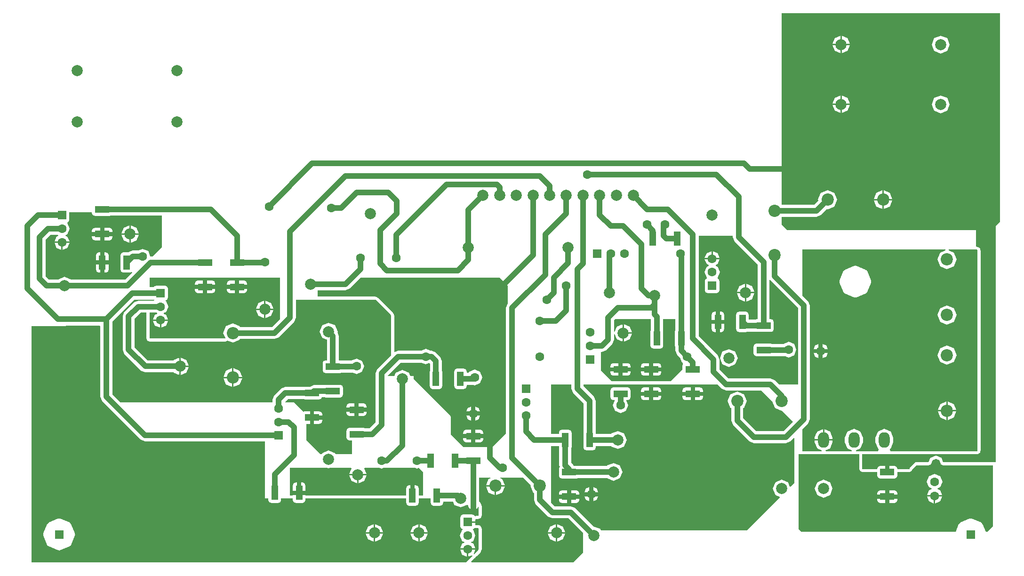
<source format=gtl>
G04 Layer_Physical_Order=1*
G04 Layer_Color=255*
%FSLAX44Y44*%
%MOMM*%
G71*
G01*
G75*
%ADD10R,1.2000X2.6000*%
%ADD11R,2.6000X1.2000*%
%ADD12C,1.0000*%
%ADD13C,2.0000*%
%ADD14R,1.6000X1.6000*%
%ADD15C,2.2000*%
%ADD16C,1.6000*%
%ADD17R,1.6000X1.6000*%
%ADD18O,2.0000X2.8000*%
G36*
X923271Y163922D02*
X922682Y162500D01*
X927754Y150254D01*
X929176Y149665D01*
Y137500D01*
X932346Y129846D01*
X954846Y107346D01*
X962500Y104176D01*
X991117D01*
X1017500Y77793D01*
Y42500D01*
X1000000Y25000D01*
X816813D01*
X816327Y26173D01*
X822889Y32735D01*
X822932Y32839D01*
X823546Y33453D01*
X823915Y34344D01*
X824062Y34491D01*
X824105Y34595D01*
Y34595D01*
X824105D01*
X824209Y34638D01*
X824356Y34785D01*
X825247Y35154D01*
X825861Y35768D01*
X825965Y35811D01*
X833066Y42912D01*
X833478Y43907D01*
X834239Y44668D01*
X835000Y46505D01*
Y47582D01*
X835412Y48576D01*
Y85600D01*
X835000Y86594D01*
X835000Y87671D01*
X834685Y88432D01*
Y88432D01*
X833923Y89193D01*
X833827Y89426D01*
X833593Y89523D01*
X832847Y90269D01*
X832750Y90503D01*
X832517Y90600D01*
X831756Y91361D01*
X830995Y91676D01*
X829918Y91676D01*
X828923Y92088D01*
X824488D01*
X824485Y92090D01*
X824310D01*
X823412Y92988D01*
Y96230D01*
X810000D01*
Y98770D01*
X823412D01*
Y102012D01*
X824310Y102910D01*
X824485D01*
X824488Y102912D01*
X828923D01*
X829918Y103324D01*
X830995Y103324D01*
X831756Y103639D01*
X831756D01*
X832517Y104400D01*
X832750Y104497D01*
X832847Y104731D01*
X833593Y105477D01*
X833827Y105574D01*
X833923Y105807D01*
X834685Y106568D01*
X835000Y107329D01*
X835000Y108406D01*
X835412Y109400D01*
Y126424D01*
X835000Y127418D01*
Y128495D01*
X834239Y130332D01*
X833478Y131094D01*
X833066Y132088D01*
X830824Y134330D01*
X830824Y134330D01*
Y177500D01*
X851148D01*
X851396Y176254D01*
X847754Y174746D01*
X843208Y163770D01*
X860000D01*
X876792D01*
X872246Y174746D01*
X868604Y176254D01*
X868852Y177500D01*
X909693D01*
X923271Y163922D01*
D02*
G37*
G36*
X718800Y193429D02*
X722527Y194973D01*
X730000Y187500D01*
Y145412D01*
X721912D01*
Y158000D01*
X720327Y161827D01*
X716500Y163412D01*
X714250D01*
Y145000D01*
X706750D01*
Y163412D01*
X704500D01*
X700673Y161827D01*
X699088Y158000D01*
Y145412D01*
X518412D01*
Y146250D01*
X507000D01*
X495588D01*
Y145412D01*
X490000D01*
Y194693D01*
X490307Y195000D01*
X557185D01*
X560000Y193834D01*
X562815Y195000D01*
X600380D01*
X600916Y193730D01*
X596790Y183770D01*
X628210D01*
X624084Y193730D01*
X624620Y195000D01*
X651207D01*
X655000Y193429D01*
X658793Y195000D01*
X715007D01*
X718800Y193429D01*
D02*
G37*
G36*
X1508824Y219588D02*
X1514588D01*
X1514588Y192912D01*
X1516173Y189085D01*
X1520000Y187500D01*
X1546588D01*
Y181000D01*
X1548173Y177173D01*
X1552000Y175588D01*
X1578000D01*
X1581827Y177173D01*
X1583412Y181000D01*
Y187500D01*
X1605000D01*
X1608827Y189085D01*
X1610303Y192650D01*
X1617242Y199588D01*
X1639299D01*
X1640293Y200000D01*
X1641370D01*
X1642131Y200761D01*
X1643126Y201173D01*
X1643538Y202168D01*
X1644299Y202929D01*
X1646692Y208708D01*
X1652500Y211113D01*
X1658308Y208708D01*
X1660701Y202929D01*
X1661462Y202168D01*
X1661874Y201173D01*
X1662869Y200761D01*
X1663630Y200000D01*
X1664707D01*
X1665701Y199588D01*
X1755000D01*
Y90000D01*
X1745000Y80000D01*
X1742058D01*
X1736455Y93526D01*
Y93526D01*
X1735694Y94288D01*
X1735282Y95282D01*
X1734288Y95694D01*
X1733526Y96455D01*
X1733526D01*
X1717071Y103271D01*
X1717071Y103271D01*
X1715995D01*
X1715000Y103683D01*
X1714005Y103271D01*
X1712929D01*
X1712929Y103271D01*
X1696474Y96455D01*
X1696474D01*
X1695712Y95694D01*
X1694718Y95282D01*
X1694306Y94288D01*
X1693545Y93526D01*
Y93526D01*
X1687942Y80000D01*
X1410000D01*
X1405000Y85000D01*
Y220000D01*
X1411505D01*
X1412500Y219588D01*
X1446576D01*
X1447570Y220000D01*
X1453230D01*
X1454224Y219588D01*
X1501176D01*
X1502170Y220000D01*
X1507830D01*
X1508824Y219588D01*
D02*
G37*
G36*
X1767500Y637500D02*
X1760000Y630000D01*
Y205000D01*
X1665701D01*
X1662450Y212850D01*
X1652500Y216971D01*
X1642550Y212850D01*
X1639299Y205000D01*
X1615000D01*
X1605000Y195000D01*
Y192912D01*
X1583412D01*
Y193000D01*
X1581827Y196827D01*
X1578000Y198412D01*
X1568750D01*
Y187000D01*
X1561250D01*
Y198412D01*
X1552000D01*
X1548173Y196827D01*
X1546588Y193000D01*
Y192912D01*
X1520000D01*
X1520000Y219588D01*
X1547700D01*
X1548694Y220000D01*
X1570506D01*
X1571500Y219588D01*
X1726423D01*
X1727418Y220000D01*
X1728495Y220000D01*
X1729256Y220315D01*
X1729256D01*
X1730017Y221076D01*
X1730250Y221173D01*
X1730347Y221407D01*
X1731093Y222153D01*
X1731327Y222250D01*
X1731423Y222483D01*
X1732185Y223244D01*
X1732185Y223244D01*
D01*
D01*
X1732500Y224005D01*
X1732500Y225082D01*
X1732912Y226076D01*
Y586423D01*
X1732500Y587418D01*
X1732500Y588495D01*
X1732185Y589256D01*
Y589256D01*
X1731423Y590017D01*
X1731327Y590250D01*
X1731093Y590347D01*
X1730347Y591093D01*
X1730250Y591327D01*
X1730017Y591423D01*
X1729256Y592185D01*
X1729256Y592185D01*
D01*
D01*
X1728495Y592500D01*
X1727418Y592500D01*
X1726423Y592912D01*
X1725000D01*
Y622500D01*
X1385000D01*
X1375000Y632500D01*
Y645868D01*
X1375335Y646676D01*
X1437500D01*
X1445154Y649846D01*
X1456078Y660771D01*
X1457500Y660182D01*
X1469746Y665254D01*
X1474818Y677500D01*
X1469746Y689746D01*
X1457500Y694818D01*
X1445254Y689746D01*
X1440182Y677500D01*
X1440771Y676078D01*
X1433017Y668324D01*
X1375335D01*
X1375000Y669132D01*
Y1012500D01*
X1767500D01*
Y637500D01*
D02*
G37*
G36*
X149176Y449856D02*
Y322500D01*
X152346Y314846D01*
X221746Y245446D01*
X229400Y242276D01*
X445000D01*
Y140000D01*
X451588D01*
Y137000D01*
X453173Y133173D01*
X457000Y131588D01*
X469000D01*
X472827Y133173D01*
X474412Y137000D01*
Y140000D01*
X495588D01*
Y137000D01*
X497173Y133173D01*
X501000Y131588D01*
X513000D01*
X516827Y133173D01*
X518412Y137000D01*
Y140000D01*
X699088D01*
Y132000D01*
X700673Y128173D01*
X704500Y126588D01*
X716500D01*
X720327Y128173D01*
X721912Y132000D01*
Y140000D01*
X743088D01*
Y132000D01*
X744673Y128173D01*
X748500Y126588D01*
X760500D01*
X764327Y128173D01*
X765912Y132000D01*
Y134176D01*
X783677D01*
X786020Y128519D01*
X797500Y123764D01*
X808498Y128320D01*
X810039Y127918D01*
X812346Y122346D01*
X820000Y119176D01*
X827654Y122346D01*
X828730Y124945D01*
X830000Y124692D01*
Y110477D01*
X830000Y110477D01*
Y109400D01*
X829767Y109304D01*
X829020Y108557D01*
X828923Y108324D01*
X827847Y108324D01*
X827847Y108324D01*
X824488D01*
X824485Y108322D01*
X824310D01*
X824310Y108322D01*
X823587Y108023D01*
X822192Y108445D01*
X821827Y109327D01*
X818000Y110912D01*
X802000D01*
X798173Y109327D01*
X796588Y105500D01*
Y89500D01*
X798173Y85673D01*
X800619Y84660D01*
Y83285D01*
X800050Y83050D01*
X795929Y73100D01*
X800050Y63150D01*
X803950Y61535D01*
Y60265D01*
X800050Y58650D01*
X796455Y49970D01*
X810000D01*
Y48700D01*
D01*
Y49970D01*
X823545D01*
X819950Y58650D01*
X816050Y60265D01*
Y61535D01*
X819950Y63150D01*
X824071Y73100D01*
X819950Y83050D01*
X819381Y83285D01*
Y84660D01*
X821827Y85673D01*
X822192Y86555D01*
X823587Y86977D01*
X824310Y86678D01*
X824310Y86678D01*
X824485D01*
X824488Y86676D01*
X827847D01*
X827847Y86676D01*
X828924D01*
X829020Y86443D01*
X829767Y85696D01*
X830000Y85600D01*
X830000Y84523D01*
X830000Y84523D01*
Y49653D01*
Y48576D01*
X829239Y46739D01*
X822336Y39836D01*
X822253Y39777D01*
X821693Y39641D01*
X821369Y39867D01*
X820935Y40489D01*
X820837Y40893D01*
X823545Y47430D01*
X811270D01*
Y35155D01*
X817604Y37779D01*
X819043Y37000D01*
X819049Y36966D01*
X818915Y36415D01*
X807500Y25000D01*
X25000D01*
Y450000D01*
X148275Y450752D01*
X149176Y449856D01*
D02*
G37*
G36*
X134088Y653500D02*
X135673Y649673D01*
X139500Y648088D01*
X165500D01*
X166920Y648676D01*
X260000D01*
Y592500D01*
X242824Y575324D01*
X240591D01*
X240244Y575324D01*
X240244Y575324D01*
X239956Y575324D01*
X238650Y576016D01*
X234950Y584950D01*
X225000Y589071D01*
X217161Y585824D01*
X207000D01*
X199970Y582912D01*
X190500D01*
X186673Y581327D01*
X185088Y577500D01*
Y551500D01*
X186673Y547673D01*
X190500Y546088D01*
X202500D01*
X205813Y547460D01*
X206532Y546383D01*
X193472Y533324D01*
X96753D01*
X96481Y533980D01*
X85000Y538736D01*
X73520Y533980D01*
X73248Y533324D01*
X56983D01*
X50824Y539483D01*
Y605517D01*
X59483Y614176D01*
X72161D01*
X73950Y613435D01*
Y612165D01*
X70050Y610550D01*
X66455Y601870D01*
X80000D01*
X93545D01*
X89950Y610550D01*
X86050Y612165D01*
Y613435D01*
X89950Y615050D01*
X94071Y625000D01*
X89950Y634950D01*
X89381Y635185D01*
Y636560D01*
X91827Y637573D01*
X93412Y641400D01*
Y655000D01*
X134088D01*
Y653500D01*
D02*
G37*
G36*
X1669620Y587500D02*
X1669873Y586230D01*
X1660254Y582246D01*
X1655182Y570000D01*
X1660254Y557754D01*
X1672500Y552682D01*
X1684746Y557754D01*
X1689818Y570000D01*
X1684746Y582246D01*
X1675127Y586230D01*
X1675380Y587500D01*
X1725000D01*
X1726423D01*
X1727185Y587185D01*
X1727500Y586423D01*
Y226076D01*
X1727185Y225315D01*
X1726423Y225000D01*
X1571500D01*
X1570739Y225315D01*
X1570012Y227071D01*
X1569566Y227517D01*
X1569662Y228932D01*
X1571080Y229520D01*
X1575836Y241000D01*
Y249000D01*
X1571080Y260480D01*
X1559600Y265236D01*
X1548120Y260480D01*
X1543364Y249000D01*
Y241000D01*
X1548120Y229520D01*
X1549538Y228932D01*
X1549634Y227517D01*
X1549188Y227071D01*
X1548461Y225315D01*
X1547700Y225000D01*
X1520000D01*
X1508824D01*
X1508577Y226246D01*
X1516481Y229520D01*
X1521236Y241000D01*
Y249000D01*
X1516481Y260480D01*
X1505000Y265236D01*
X1493519Y260480D01*
X1488764Y249000D01*
Y241000D01*
X1493519Y229520D01*
X1501423Y226246D01*
X1501176Y225000D01*
X1454224D01*
X1453977Y226246D01*
X1461880Y229520D01*
X1466636Y241000D01*
Y243730D01*
X1434164D01*
Y241000D01*
X1438920Y229520D01*
X1446823Y226246D01*
X1446576Y225000D01*
X1412500D01*
Y264693D01*
X1422654Y274846D01*
X1425824Y282500D01*
Y487500D01*
X1422654Y495154D01*
X1412500Y505307D01*
Y587500D01*
X1669620Y587500D01*
D02*
G37*
G36*
X882500Y522500D02*
Y490307D01*
X882346Y490154D01*
X879176Y482500D01*
Y256676D01*
X855000Y232500D01*
X802500D01*
X780000Y255000D01*
Y287500D01*
X712500Y355000D01*
Y360000D01*
X706665D01*
X703980Y366480D01*
X692500Y371236D01*
X681020Y366480D01*
X678335Y360000D01*
X667103D01*
X666577Y361270D01*
X689483Y384176D01*
X727161D01*
X735000Y380929D01*
X741197Y383496D01*
X742176Y382517D01*
Y369420D01*
X741588Y368000D01*
Y342000D01*
X743173Y338173D01*
X747000Y336588D01*
X759000D01*
X762827Y338173D01*
X764412Y342000D01*
Y368000D01*
X763824Y369420D01*
Y387000D01*
X760654Y394654D01*
X752654Y402654D01*
X745000Y405824D01*
X742839D01*
X735000Y409071D01*
X727161Y405824D01*
X685000D01*
X678968Y403325D01*
X678579Y403585D01*
X677912Y404263D01*
Y468923D01*
X677500Y469918D01*
Y470995D01*
X676739Y472832D01*
X675978Y473593D01*
X675566Y474588D01*
X649588Y500566D01*
X648593Y500978D01*
X647832Y501739D01*
X645995Y502500D01*
X644918D01*
X643924Y502912D01*
X540000D01*
Y514176D01*
X590000D01*
X597654Y517346D01*
X617807Y537500D01*
X867500D01*
X882500Y522500D01*
D02*
G37*
G36*
X1267346Y337346D02*
X1275000Y334176D01*
X1338324D01*
X1357810Y314690D01*
X1362754Y302754D01*
X1374690Y297810D01*
X1394846Y277654D01*
X1378017Y260824D01*
X1329483D01*
X1305824Y284483D01*
Y302165D01*
X1307246Y302754D01*
X1312318Y315000D01*
X1307246Y327246D01*
X1295000Y332318D01*
X1282754Y327246D01*
X1277682Y315000D01*
X1282754Y302754D01*
X1284176Y302165D01*
Y280000D01*
X1287346Y272346D01*
X1317346Y242346D01*
X1325000Y239176D01*
X1382500D01*
X1390154Y242346D01*
X1396327Y248519D01*
X1397500Y248033D01*
Y167500D01*
X1390950Y160950D01*
X1389704Y161198D01*
X1386481Y168981D01*
X1375000Y173736D01*
X1363519Y168981D01*
X1358764Y157500D01*
X1363519Y146019D01*
X1371302Y142796D01*
X1371550Y141550D01*
X1312500Y82500D01*
X1049842D01*
X1048980Y84580D01*
X1037500Y89336D01*
X1036843Y89064D01*
X1003254Y122654D01*
X995600Y125824D01*
X966983D01*
X960000Y132807D01*
Y234176D01*
X974088D01*
Y232000D01*
X974676Y230580D01*
Y199500D01*
X975767Y196866D01*
X975673Y196827D01*
X974088Y193000D01*
Y181000D01*
X975673Y177173D01*
X979500Y175588D01*
X1005500D01*
X1008127Y176676D01*
X1060748D01*
X1061020Y176019D01*
X1072500Y171264D01*
X1083980Y176019D01*
X1088736Y187500D01*
X1083980Y198981D01*
X1072500Y203736D01*
X1061020Y198981D01*
X1060748Y198324D01*
X1005713D01*
X1005500Y198412D01*
X1000875D01*
X1000154Y200154D01*
X996324Y203983D01*
Y230580D01*
X996912Y232000D01*
Y258000D01*
X995327Y261827D01*
X991500Y263412D01*
X979500D01*
X975673Y261827D01*
X974088Y258000D01*
Y255824D01*
X960000D01*
Y345000D01*
X996676D01*
Y337500D01*
X999846Y329846D01*
X1018676Y311017D01*
Y259420D01*
X1018088Y258000D01*
Y232000D01*
X1019673Y228173D01*
X1023500Y226588D01*
X1035500D01*
X1039327Y228173D01*
X1040912Y232000D01*
Y234176D01*
X1068248D01*
X1068520Y233519D01*
X1080000Y228764D01*
X1091480Y233519D01*
X1096236Y245000D01*
X1091480Y256481D01*
X1080000Y261236D01*
X1068520Y256481D01*
X1068248Y255824D01*
X1040912D01*
Y258000D01*
X1040324Y259420D01*
Y315500D01*
X1037154Y323154D01*
X1018324Y341983D01*
Y345000D01*
X1069588D01*
X1069588Y345000D01*
X1069588Y345000D01*
X1259693D01*
X1267346Y337346D01*
D02*
G37*
G36*
X1286676Y610000D02*
X1289846Y602346D01*
X1331676Y560517D01*
Y462216D01*
X1329500D01*
X1328080Y461628D01*
X1315912D01*
Y470500D01*
X1314327Y474327D01*
X1310500Y475912D01*
X1298500D01*
X1294673Y474327D01*
X1293088Y470500D01*
Y444500D01*
X1294673Y440673D01*
X1298500Y439088D01*
X1310500D01*
X1312654Y439980D01*
X1328080D01*
X1329500Y439392D01*
X1355500D01*
X1359327Y440977D01*
X1360912Y444804D01*
Y456804D01*
X1359327Y460631D01*
X1355500Y462216D01*
X1353324D01*
Y532767D01*
X1354570Y533015D01*
X1354846Y532346D01*
X1404176Y483017D01*
Y345000D01*
X1370307D01*
X1362654Y352654D01*
X1355000Y355824D01*
X1279483D01*
X1263324Y371983D01*
Y390000D01*
X1260154Y397654D01*
X1225824Y431983D01*
Y612500D01*
X1286676D01*
Y610000D01*
D02*
G37*
G36*
X472500Y462807D02*
X458017Y448324D01*
X400335D01*
X399746Y449746D01*
X387500Y454818D01*
X375254Y449746D01*
X370182Y437500D01*
X373886Y428556D01*
X373181Y427500D01*
X237500D01*
Y474176D01*
X249661D01*
X251450Y473435D01*
Y472165D01*
X247550Y470550D01*
X243955Y461870D01*
X257500D01*
X271045D01*
X267450Y470550D01*
X263550Y472165D01*
Y473435D01*
X267450Y475050D01*
X271571Y485000D01*
X267450Y494950D01*
X266881Y495185D01*
Y496560D01*
X269327Y497573D01*
X270912Y501400D01*
Y517400D01*
X269327Y521227D01*
X265500Y522812D01*
X249500D01*
X245673Y521227D01*
X245258Y520224D01*
X237500D01*
Y537500D01*
X472500D01*
Y462807D01*
D02*
G37*
G36*
X645761Y496739D02*
X671739Y470761D01*
X672500Y468923D01*
X672500D01*
X672500Y468923D01*
Y404031D01*
Y397807D01*
X647346Y372654D01*
X644176Y365000D01*
Y276983D01*
X633517Y266324D01*
X624420D01*
X623000Y266912D01*
X597000D01*
X593173Y265327D01*
X591588Y261500D01*
Y249500D01*
X593173Y245673D01*
X597000Y244088D01*
X601676D01*
Y220000D01*
X572123D01*
X571480Y221551D01*
X560000Y226306D01*
X548520Y221551D01*
X547877Y220000D01*
X545000D01*
X520000Y245000D01*
Y274088D01*
X526250D01*
Y285500D01*
Y296912D01*
X517000D01*
X514234Y295766D01*
X497500Y312500D01*
X482103D01*
X481577Y313770D01*
X486483Y318676D01*
X515580D01*
X517000Y318088D01*
X543000D01*
X546827Y319673D01*
X547864Y322176D01*
X553080D01*
X554500Y321588D01*
X580500D01*
X584327Y323173D01*
X585912Y327000D01*
Y339000D01*
X584327Y342827D01*
X580500Y344412D01*
X554500D01*
X553080Y343824D01*
X533500D01*
X526470Y340912D01*
X517000D01*
X515580Y340324D01*
X482000D01*
X474346Y337154D01*
X462346Y325154D01*
X459176Y317500D01*
Y312500D01*
X185307D01*
X170824Y326983D01*
Y458017D01*
X210307Y497500D01*
X245690D01*
X246157Y497094D01*
X245682Y495824D01*
X217500D01*
X209846Y492654D01*
X192346Y475154D01*
X189176Y467500D01*
Y407500D01*
X192346Y399846D01*
X222346Y369846D01*
X230000Y366676D01*
X280748D01*
X281019Y366020D01*
X291230Y361790D01*
Y377500D01*
Y393210D01*
X281019Y388980D01*
X280748Y388324D01*
X234483D01*
X210824Y411983D01*
Y463017D01*
X221983Y474176D01*
X232088D01*
Y427500D01*
X233673Y423673D01*
X237500Y422088D01*
X373181D01*
X373693Y422300D01*
X374237Y422192D01*
X375549Y423069D01*
X377008Y423673D01*
X378393Y423954D01*
X387500Y420182D01*
X399746Y425254D01*
X400335Y426676D01*
X462500D01*
X470154Y429846D01*
X497654Y457346D01*
X500824Y465000D01*
Y497500D01*
X643924D01*
X645761Y496739D01*
D02*
G37*
G36*
X1183676Y441920D02*
X1183088Y440500D01*
Y414500D01*
X1183676Y413080D01*
Y405500D01*
X1186846Y397846D01*
X1191803Y392890D01*
X1195050Y385050D01*
X1197500Y384036D01*
Y380202D01*
X1196588Y378000D01*
Y371588D01*
X1175412Y350412D01*
X1069588D01*
X1050000Y370000D01*
Y403576D01*
X1051900D01*
X1059554Y406746D01*
X1070154Y417346D01*
X1073324Y425000D01*
Y435244D01*
X1074594Y435497D01*
X1078520Y426020D01*
X1088730Y421790D01*
Y437500D01*
Y453210D01*
X1078520Y448980D01*
X1074594Y439503D01*
X1073324Y439756D01*
Y460517D01*
X1075307Y462500D01*
X1139676D01*
Y441920D01*
X1139088Y440500D01*
Y414500D01*
X1140673Y410673D01*
X1144500Y409088D01*
X1156500D01*
X1160327Y410673D01*
X1161912Y414500D01*
Y440500D01*
X1161324Y441920D01*
Y462500D01*
X1183676D01*
Y441920D01*
D02*
G37*
%LPC*%
G36*
X985710Y76830D02*
X971270D01*
Y62390D01*
X981480Y66620D01*
X985710Y76830D01*
D02*
G37*
G36*
X968730D02*
X954290D01*
X958520Y66620D01*
X968730Y62390D01*
Y76830D01*
D02*
G37*
G36*
X858730Y161230D02*
X843208D01*
X847754Y150254D01*
X858730Y145708D01*
Y161230D01*
D02*
G37*
G36*
X876792D02*
X861270D01*
Y145708D01*
X872246Y150254D01*
X876792Y161230D01*
D02*
G37*
G36*
X968730Y93810D02*
X958520Y89580D01*
X954290Y79370D01*
X968730D01*
Y93810D01*
D02*
G37*
G36*
X971270D02*
Y79370D01*
X985710D01*
X981480Y89580D01*
X971270Y93810D01*
D02*
G37*
G36*
X628210Y181230D02*
X613770D01*
Y166790D01*
X623980Y171019D01*
X628210Y181230D01*
D02*
G37*
G36*
X611230D02*
X596790D01*
X601020Y171019D01*
X611230Y166790D01*
Y181230D01*
D02*
G37*
G36*
X513000Y168412D02*
X510750D01*
Y153750D01*
X518412D01*
Y163000D01*
X516827Y166827D01*
X513000Y168412D01*
D02*
G37*
G36*
X503250D02*
X501000D01*
X497173Y166827D01*
X495588Y163000D01*
Y153750D01*
X503250D01*
Y168412D01*
D02*
G37*
G36*
X1450400Y173736D02*
X1438920Y168981D01*
X1434164Y157500D01*
X1438920Y146019D01*
X1450400Y141264D01*
X1461881Y146019D01*
X1466636Y157500D01*
X1461881Y168981D01*
X1450400Y173736D01*
D02*
G37*
G36*
X1650000Y184071D02*
X1640050Y179950D01*
X1635929Y170000D01*
X1640050Y160050D01*
X1645157Y157935D01*
Y156665D01*
X1640050Y154550D01*
X1636455Y145870D01*
X1650000D01*
X1663545D01*
X1659950Y154550D01*
X1654843Y156665D01*
Y157935D01*
X1659950Y160050D01*
X1664071Y170000D01*
X1659950Y179950D01*
X1650000Y184071D01*
D02*
G37*
G36*
X1561250Y154412D02*
X1552000D01*
X1548173Y152827D01*
X1546588Y149000D01*
Y146750D01*
X1561250D01*
Y154412D01*
D02*
G37*
G36*
X1648730Y143330D02*
X1636455D01*
X1640050Y134650D01*
X1648730Y131055D01*
Y143330D01*
D02*
G37*
G36*
X1583412Y139250D02*
X1568750D01*
Y131588D01*
X1578000D01*
X1581827Y133173D01*
X1583412Y137000D01*
Y139250D01*
D02*
G37*
G36*
X1663545Y143330D02*
X1651270D01*
Y131055D01*
X1659950Y134650D01*
X1663545Y143330D01*
D02*
G37*
G36*
X1561250Y139250D02*
X1546588D01*
Y137000D01*
X1548173Y133173D01*
X1552000Y131588D01*
X1561250D01*
Y139250D01*
D02*
G37*
G36*
X1578000Y154412D02*
X1568750D01*
Y146750D01*
X1583412D01*
Y149000D01*
X1581827Y152827D01*
X1578000Y154412D01*
D02*
G37*
G36*
X1480720Y864480D02*
X1470509Y860250D01*
X1466280Y850040D01*
X1480720D01*
Y864480D01*
D02*
G37*
G36*
X1483260D02*
Y850040D01*
X1497700D01*
X1493470Y860250D01*
X1483260Y864480D01*
D02*
G37*
G36*
X1480720Y847500D02*
X1466280D01*
X1470509Y837290D01*
X1480720Y833060D01*
Y847500D01*
D02*
G37*
G36*
X1497700D02*
X1483260D01*
Y833060D01*
X1493470Y837290D01*
X1497700Y847500D01*
D02*
G37*
G36*
X1661060Y972506D02*
X1649579Y967750D01*
X1644824Y956270D01*
X1649579Y944790D01*
X1661060Y940034D01*
X1672540Y944790D01*
X1677296Y956270D01*
X1672540Y967750D01*
X1661060Y972506D01*
D02*
G37*
G36*
X1480720Y971980D02*
X1470509Y967750D01*
X1466280Y957540D01*
X1480720D01*
Y971980D01*
D02*
G37*
G36*
X1483260Y971980D02*
Y957540D01*
X1497700D01*
X1493470Y967750D01*
X1483260Y971980D01*
D02*
G37*
G36*
X1480720Y955000D02*
X1466280D01*
X1470509Y944790D01*
X1480720Y940560D01*
Y955000D01*
D02*
G37*
G36*
X1497700D02*
X1483260D01*
Y940560D01*
X1493470Y944790D01*
X1497700Y955000D01*
D02*
G37*
G36*
X1661060Y865006D02*
X1649579Y860250D01*
X1644824Y848770D01*
X1649579Y837290D01*
X1661060Y832534D01*
X1672540Y837290D01*
X1677296Y848770D01*
X1672540Y860250D01*
X1661060Y865006D01*
D02*
G37*
G36*
X1556230Y694292D02*
X1545254Y689746D01*
X1540708Y678770D01*
X1556230D01*
Y694292D01*
D02*
G37*
G36*
X1558770Y694292D02*
Y678770D01*
X1574292D01*
X1569746Y689746D01*
X1558770Y694292D01*
D02*
G37*
G36*
X1574292Y676230D02*
X1558770D01*
Y660708D01*
X1569746Y665254D01*
X1574292Y676230D01*
D02*
G37*
G36*
X1556230D02*
X1540708D01*
X1545254Y665254D01*
X1556230Y660708D01*
Y676230D01*
D02*
G37*
G36*
X641230Y76830D02*
X626790D01*
X631020Y66620D01*
X641230Y62390D01*
Y76830D01*
D02*
G37*
G36*
X658210D02*
X643770D01*
Y62390D01*
X653980Y66620D01*
X658210Y76830D01*
D02*
G37*
G36*
X721230D02*
X706790D01*
X711020Y66620D01*
X721230Y62390D01*
Y76830D01*
D02*
G37*
G36*
X808730Y47430D02*
X796455D01*
X800050Y38750D01*
X808730Y35155D01*
Y47430D01*
D02*
G37*
G36*
X723770Y93810D02*
Y79370D01*
X738210D01*
X733980Y89580D01*
X723770Y93810D01*
D02*
G37*
G36*
X75000Y103683D02*
X74005Y103271D01*
X72929D01*
X72929Y103271D01*
X56474Y96455D01*
X56474D01*
X55712Y95694D01*
X54718Y95282D01*
X54306Y94288D01*
X53545Y93526D01*
Y93526D01*
X46729Y77071D01*
X46729Y77071D01*
Y75995D01*
X46317Y75000D01*
X46729Y74005D01*
Y72929D01*
X46729Y72929D01*
X53545Y56474D01*
Y56474D01*
X54306Y55712D01*
X54718Y54718D01*
X55712Y54306D01*
X56474Y53545D01*
X56474D01*
X72929Y46729D01*
X72929Y46729D01*
X74005D01*
X75000Y46317D01*
X75995Y46729D01*
X77071D01*
X77071Y46729D01*
X93526Y53545D01*
X93526D01*
X94288Y54306D01*
X95282Y54718D01*
X95694Y55712D01*
X96455Y56474D01*
Y56474D01*
X103271Y72929D01*
X103271Y72929D01*
Y74005D01*
X103683Y75000D01*
X103271Y75995D01*
Y77071D01*
X103271Y77071D01*
X96455Y93526D01*
Y93526D01*
X95694Y94288D01*
X95282Y95282D01*
X94288Y95694D01*
X93526Y96455D01*
X93526D01*
X77071Y103271D01*
X77071Y103271D01*
X75995D01*
X75000Y103683D01*
D02*
G37*
G36*
X641230Y93810D02*
X631020Y89580D01*
X626790Y79370D01*
X641230D01*
Y93810D01*
D02*
G37*
G36*
X738210Y76830D02*
X723770D01*
Y62390D01*
X733980Y66620D01*
X738210Y76830D01*
D02*
G37*
G36*
X643770Y93810D02*
Y79370D01*
X658210D01*
X653980Y89580D01*
X643770Y93810D01*
D02*
G37*
G36*
X721230D02*
X711020Y89580D01*
X706790Y79370D01*
X721230D01*
Y93810D01*
D02*
G37*
G36*
X148750Y582912D02*
X146500D01*
X142673Y581327D01*
X141088Y577500D01*
Y568250D01*
X148750D01*
Y582912D01*
D02*
G37*
G36*
X158500D02*
X156250D01*
Y568250D01*
X163912D01*
Y577500D01*
X162327Y581327D01*
X158500Y582912D01*
D02*
G37*
G36*
X78730Y599330D02*
X66455D01*
X70050Y590650D01*
X78730Y587055D01*
Y599330D01*
D02*
G37*
G36*
X201230Y614230D02*
X186790D01*
X191019Y604019D01*
X201230Y599790D01*
Y614230D01*
D02*
G37*
G36*
X148750Y611750D02*
X134088D01*
Y609500D01*
X135673Y605673D01*
X139500Y604088D01*
X148750D01*
Y611750D01*
D02*
G37*
G36*
X93545Y599330D02*
X81270D01*
Y587055D01*
X89950Y590650D01*
X93545Y599330D01*
D02*
G37*
G36*
X218210Y614230D02*
X203770D01*
Y599790D01*
X213981Y604019D01*
X218210Y614230D01*
D02*
G37*
G36*
X148750Y560750D02*
X141088D01*
Y551500D01*
X142673Y547673D01*
X146500Y546088D01*
X148750D01*
Y560750D01*
D02*
G37*
G36*
X163912D02*
X156250D01*
Y546088D01*
X158500D01*
X162327Y547673D01*
X163912Y551500D01*
Y560750D01*
D02*
G37*
G36*
X203770Y631210D02*
Y616770D01*
X218210D01*
X213981Y626980D01*
X203770Y631210D01*
D02*
G37*
G36*
X148750Y626912D02*
X139500D01*
X135673Y625327D01*
X134088Y621500D01*
Y619250D01*
X148750D01*
Y626912D01*
D02*
G37*
G36*
X170912Y611750D02*
X156250D01*
Y604088D01*
X165500D01*
X169327Y605673D01*
X170912Y609500D01*
Y611750D01*
D02*
G37*
G36*
X201230Y631210D02*
X191019Y626980D01*
X186790Y616770D01*
X201230D01*
Y631210D01*
D02*
G37*
G36*
X165500Y626912D02*
X156250D01*
Y619250D01*
X170912D01*
Y621500D01*
X169327Y625327D01*
X165500Y626912D01*
D02*
G37*
G36*
X1671230Y314292D02*
X1660254Y309746D01*
X1655708Y298770D01*
X1671230D01*
Y314292D01*
D02*
G37*
G36*
X1689292Y296230D02*
X1673770D01*
Y280708D01*
X1684746Y285254D01*
X1689292Y296230D01*
D02*
G37*
G36*
X1671230D02*
X1655708D01*
X1660254Y285254D01*
X1671230Y280708D01*
Y296230D01*
D02*
G37*
G36*
X1673770Y314292D02*
Y298770D01*
X1689292D01*
X1684746Y309746D01*
X1673770Y314292D01*
D02*
G37*
G36*
X1449130Y264710D02*
X1438920Y260480D01*
X1438032Y258338D01*
X1437346Y258054D01*
X1434176Y250400D01*
X1434460Y249714D01*
X1434164Y249000D01*
Y246270D01*
X1449130D01*
Y264710D01*
D02*
G37*
G36*
X1451670D02*
Y246270D01*
X1466636D01*
Y249000D01*
X1461880Y260480D01*
X1451670Y264710D01*
D02*
G37*
G36*
X1507500Y558683D02*
X1506505Y558271D01*
X1505429D01*
X1505429Y558271D01*
X1488974Y551455D01*
X1488974D01*
X1488212Y550694D01*
X1487218Y550282D01*
X1486806Y549288D01*
X1486045Y548526D01*
Y548526D01*
X1479229Y532071D01*
X1479229Y532071D01*
Y530994D01*
X1478817Y530000D01*
X1479229Y529006D01*
Y527929D01*
X1479229Y527929D01*
X1486045Y511474D01*
Y511474D01*
X1486806Y510712D01*
X1487218Y509718D01*
X1488212Y509306D01*
X1488974Y508545D01*
X1488974D01*
X1505429Y501729D01*
X1505429Y501729D01*
X1506505D01*
X1507500Y501317D01*
X1508495Y501729D01*
X1509571D01*
X1509571Y501729D01*
X1526026Y508545D01*
X1526026D01*
X1526788Y509306D01*
X1527782Y509718D01*
X1528194Y510712D01*
X1528955Y511474D01*
Y511474D01*
X1535771Y527929D01*
X1535771Y527929D01*
Y529006D01*
X1536183Y530000D01*
X1535771Y530994D01*
Y532071D01*
X1535771Y532071D01*
X1528955Y548526D01*
Y548526D01*
X1528194Y549288D01*
X1527782Y550282D01*
X1526788Y550694D01*
X1526026Y551455D01*
X1526026D01*
X1509571Y558271D01*
X1509571Y558271D01*
X1508495D01*
X1507500Y558683D01*
D02*
G37*
G36*
X1672500Y414818D02*
X1660254Y409746D01*
X1655182Y397500D01*
X1660254Y385254D01*
X1672500Y380182D01*
X1684746Y385254D01*
X1689818Y397500D01*
X1684746Y409746D01*
X1672500Y414818D01*
D02*
G37*
G36*
X1441250Y401250D02*
X1432482D01*
X1435050Y395050D01*
X1441250Y392482D01*
Y401250D01*
D02*
G37*
G36*
X1448750Y417518D02*
Y408750D01*
X1457518D01*
X1454950Y414950D01*
X1448750Y417518D01*
D02*
G37*
G36*
X1457518Y401250D02*
X1448750D01*
Y392482D01*
X1454950Y395050D01*
X1457518Y401250D01*
D02*
G37*
G36*
X1441250Y417518D02*
X1435050Y414950D01*
X1432482Y408750D01*
X1441250D01*
Y417518D01*
D02*
G37*
G36*
X1672500Y487318D02*
X1660254Y482246D01*
X1655182Y470000D01*
X1660254Y457754D01*
X1672500Y452682D01*
X1684746Y457754D01*
X1689818Y470000D01*
X1684746Y482246D01*
X1672500Y487318D01*
D02*
G37*
G36*
X816250Y305018D02*
X810050Y302450D01*
X807482Y296250D01*
X816250D01*
Y305018D01*
D02*
G37*
G36*
X823750D02*
Y296250D01*
X832518D01*
X829950Y302450D01*
X823750Y305018D01*
D02*
G37*
G36*
X816250Y263412D02*
X807000D01*
X803173Y261827D01*
X801588Y258000D01*
Y255750D01*
X816250D01*
Y263412D01*
D02*
G37*
G36*
X833000D02*
X823750D01*
Y255750D01*
X838412D01*
Y258000D01*
X836827Y261827D01*
X833000Y263412D01*
D02*
G37*
G36*
X816250Y288750D02*
X807482D01*
X810050Y282550D01*
X816250Y279982D01*
Y288750D01*
D02*
G37*
G36*
X832518D02*
X823750D01*
Y279982D01*
X829950Y282550D01*
X832518Y288750D01*
D02*
G37*
G36*
X803000Y373412D02*
X791000D01*
X787173Y371827D01*
X785588Y368000D01*
Y342000D01*
X787173Y338173D01*
X791000Y336588D01*
X803000D01*
X806827Y338173D01*
X808412Y342000D01*
Y344176D01*
X820000D01*
X820348Y344320D01*
X822500Y343429D01*
X832450Y347550D01*
X836571Y357500D01*
X832450Y367450D01*
X822500Y371571D01*
X812550Y367450D01*
X811877Y365824D01*
X808412D01*
Y368000D01*
X806827Y371827D01*
X803000Y373412D01*
D02*
G37*
G36*
X816250Y248250D02*
X801588D01*
Y246000D01*
X803173Y242173D01*
X807000Y240588D01*
X816250D01*
Y248250D01*
D02*
G37*
G36*
X838412D02*
X823750D01*
Y240588D01*
X833000D01*
X836827Y242173D01*
X838412Y246000D01*
Y248250D01*
D02*
G37*
G36*
X1098000Y339412D02*
X1072000D01*
X1068173Y337827D01*
X1066588Y334000D01*
Y322000D01*
X1068173Y318173D01*
X1072000Y316588D01*
X1074176D01*
Y315339D01*
X1070929Y307500D01*
X1075050Y297550D01*
X1085000Y293429D01*
X1094950Y297550D01*
X1099071Y307500D01*
X1095824Y315339D01*
Y316588D01*
X1098000D01*
X1101827Y318173D01*
X1103412Y322000D01*
Y334000D01*
X1101827Y337827D01*
X1098000Y339412D01*
D02*
G37*
G36*
X1136250Y339412D02*
X1127000D01*
X1123173Y337827D01*
X1121588Y334000D01*
Y331750D01*
X1136250D01*
Y339412D01*
D02*
G37*
G36*
X1153000D02*
X1143750D01*
Y331750D01*
X1158412D01*
Y334000D01*
X1156827Y337827D01*
X1153000Y339412D01*
D02*
G37*
G36*
X1228000Y339412D02*
X1218750D01*
Y331750D01*
X1233412D01*
Y334000D01*
X1231827Y337827D01*
X1228000Y339412D01*
D02*
G37*
G36*
X1211250Y324250D02*
X1196588D01*
Y322000D01*
X1198173Y318173D01*
X1202000Y316588D01*
X1211250D01*
Y324250D01*
D02*
G37*
G36*
X1158412Y324250D02*
X1143750D01*
Y316588D01*
X1153000D01*
X1156827Y318173D01*
X1158412Y322000D01*
Y324250D01*
D02*
G37*
G36*
X1211250Y339412D02*
X1202000D01*
X1198173Y337827D01*
X1196588Y334000D01*
Y331750D01*
X1211250D01*
Y339412D01*
D02*
G37*
G36*
X1233412Y324250D02*
X1218750D01*
Y316588D01*
X1228000D01*
X1231827Y318173D01*
X1233412Y322000D01*
Y324250D01*
D02*
G37*
G36*
X1136250Y324250D02*
X1121588D01*
Y322000D01*
X1123173Y318173D01*
X1127000Y316588D01*
X1136250D01*
Y324250D01*
D02*
G37*
G36*
X1045018Y143750D02*
X1036250D01*
Y134982D01*
X1042450Y137550D01*
X1045018Y143750D01*
D02*
G37*
G36*
X1010912Y139250D02*
X996250D01*
Y131588D01*
X1005500D01*
X1009327Y133173D01*
X1010912Y137000D01*
Y139250D01*
D02*
G37*
G36*
X1028750Y143750D02*
X1019982D01*
X1022550Y137550D01*
X1028750Y134982D01*
Y143750D01*
D02*
G37*
G36*
X988750Y139250D02*
X974088D01*
Y137000D01*
X975673Y133173D01*
X979500Y131588D01*
X988750D01*
Y139250D01*
D02*
G37*
G36*
X1005500Y154412D02*
X996250D01*
Y146750D01*
X1010912D01*
Y149000D01*
X1009327Y152827D01*
X1005500Y154412D01*
D02*
G37*
G36*
X1028750Y160018D02*
X1022550Y157450D01*
X1019982Y151250D01*
X1028750D01*
Y160018D01*
D02*
G37*
G36*
X988750Y154412D02*
X979500D01*
X975673Y152827D01*
X974088Y149000D01*
Y146750D01*
X988750D01*
Y154412D01*
D02*
G37*
G36*
X1036250Y160018D02*
Y151250D01*
X1045018D01*
X1042450Y157450D01*
X1036250Y160018D01*
D02*
G37*
G36*
X1248730Y584845D02*
X1240050Y581250D01*
X1236455Y572570D01*
X1248730D01*
Y584845D01*
D02*
G37*
G36*
X1251270Y584845D02*
Y572570D01*
X1263545D01*
X1259950Y581250D01*
X1251270Y584845D01*
D02*
G37*
G36*
X1311270Y525710D02*
Y511270D01*
X1325710D01*
X1321481Y521480D01*
X1311270Y525710D01*
D02*
G37*
G36*
X1263545Y570030D02*
X1250000D01*
X1236455D01*
X1240050Y561350D01*
X1243950Y559735D01*
Y558465D01*
X1240050Y556850D01*
X1235929Y546900D01*
X1240050Y536950D01*
X1240619Y536715D01*
Y535340D01*
X1238173Y534327D01*
X1236588Y530500D01*
Y514500D01*
X1238173Y510673D01*
X1242000Y509088D01*
X1258000D01*
X1261827Y510673D01*
X1263412Y514500D01*
Y530500D01*
X1261827Y534327D01*
X1259381Y535340D01*
Y536715D01*
X1259950Y536950D01*
X1264071Y546900D01*
X1259950Y556850D01*
X1256050Y558465D01*
Y559735D01*
X1259950Y561350D01*
X1263545Y570030D01*
D02*
G37*
G36*
X1308730Y525710D02*
X1298519Y521480D01*
X1294290Y511270D01*
X1308730D01*
Y525710D01*
D02*
G37*
G36*
X1280000Y408736D02*
X1268520Y403980D01*
X1263764Y392500D01*
X1268520Y381020D01*
X1280000Y376264D01*
X1291481Y381020D01*
X1296236Y392500D01*
X1291481Y403980D01*
X1280000Y408736D01*
D02*
G37*
G36*
X1387500Y421571D02*
X1377980Y417628D01*
X1356920D01*
X1355500Y418216D01*
X1329500D01*
X1325673Y416631D01*
X1324088Y412804D01*
Y400804D01*
X1325673Y396977D01*
X1329500Y395392D01*
X1355500D01*
X1356920Y395980D01*
X1381341D01*
X1387500Y393429D01*
X1397450Y397550D01*
X1401571Y407500D01*
X1397450Y417450D01*
X1387500Y421571D01*
D02*
G37*
G36*
X1308730Y508730D02*
X1294290D01*
X1298519Y498520D01*
X1308730Y494290D01*
Y508730D01*
D02*
G37*
G36*
X1325710D02*
X1311270D01*
Y494290D01*
X1321481Y498520D01*
X1325710Y508730D01*
D02*
G37*
G36*
X1256750Y453750D02*
X1249088D01*
Y444500D01*
X1250673Y440673D01*
X1254500Y439088D01*
X1256750D01*
Y453750D01*
D02*
G37*
G36*
X1271912D02*
X1264250D01*
Y439088D01*
X1266500D01*
X1270327Y440673D01*
X1271912Y444500D01*
Y453750D01*
D02*
G37*
G36*
X1256750Y475912D02*
X1254500D01*
X1250673Y474327D01*
X1249088Y470500D01*
Y461250D01*
X1256750D01*
Y475912D01*
D02*
G37*
G36*
X1266500D02*
X1264250D01*
Y461250D01*
X1271912D01*
Y470500D01*
X1270327Y474327D01*
X1266500Y475912D01*
D02*
G37*
G36*
X333750Y531912D02*
X324500D01*
X320673Y530327D01*
X319088Y526500D01*
Y524250D01*
X333750D01*
Y531912D01*
D02*
G37*
G36*
X391250D02*
X382000D01*
X378173Y530327D01*
X376588Y526500D01*
Y524250D01*
X391250D01*
Y531912D01*
D02*
G37*
G36*
X408000D02*
X398750D01*
Y524250D01*
X413412D01*
Y526500D01*
X411827Y530327D01*
X408000Y531912D01*
D02*
G37*
G36*
X350500D02*
X341250D01*
Y524250D01*
X355912D01*
Y526500D01*
X354327Y530327D01*
X350500Y531912D01*
D02*
G37*
G36*
X446270Y495710D02*
Y481270D01*
X460710D01*
X456480Y491480D01*
X446270Y495710D01*
D02*
G37*
G36*
X460710Y478730D02*
X446270D01*
Y464290D01*
X456480Y468520D01*
X460710Y478730D01*
D02*
G37*
G36*
X443730Y495710D02*
X433520Y491480D01*
X429290Y481270D01*
X443730D01*
Y495710D01*
D02*
G37*
G36*
X391250Y516750D02*
X376588D01*
Y514500D01*
X378173Y510673D01*
X382000Y509088D01*
X391250D01*
Y516750D01*
D02*
G37*
G36*
X413412D02*
X398750D01*
Y509088D01*
X408000D01*
X411827Y510673D01*
X413412Y514500D01*
Y516750D01*
D02*
G37*
G36*
X333750D02*
X319088D01*
Y514500D01*
X320673Y510673D01*
X324500Y509088D01*
X333750D01*
Y516750D01*
D02*
G37*
G36*
X355912D02*
X341250D01*
Y509088D01*
X350500D01*
X354327Y510673D01*
X355912Y514500D01*
Y516750D01*
D02*
G37*
G36*
X443730Y478730D02*
X429290D01*
X433520Y468520D01*
X443730Y464290D01*
Y478730D01*
D02*
G37*
G36*
X256230Y459330D02*
X243955D01*
X247550Y450650D01*
X256230Y447055D01*
Y459330D01*
D02*
G37*
G36*
X271045D02*
X258770D01*
Y447055D01*
X267450Y450650D01*
X271045Y459330D01*
D02*
G37*
G36*
X628412Y295750D02*
X613750D01*
Y288088D01*
X623000D01*
X626827Y289673D01*
X628412Y293500D01*
Y295750D01*
D02*
G37*
G36*
X543000Y296912D02*
X533750D01*
Y289250D01*
X548412D01*
Y291500D01*
X546827Y295327D01*
X543000Y296912D01*
D02*
G37*
G36*
X606250Y295750D02*
X591588D01*
Y293500D01*
X593173Y289673D01*
X597000Y288088D01*
X606250D01*
Y295750D01*
D02*
G37*
G36*
X548412Y281750D02*
X533750D01*
Y274088D01*
X543000D01*
X546827Y275673D01*
X548412Y279500D01*
Y281750D01*
D02*
G37*
G36*
X404292Y356230D02*
X388770D01*
Y340708D01*
X399746Y345254D01*
X404292Y356230D01*
D02*
G37*
G36*
X386230D02*
X370708D01*
X375254Y345254D01*
X386230Y340708D01*
Y356230D01*
D02*
G37*
G36*
X623000Y310912D02*
X613750D01*
Y303250D01*
X628412D01*
Y305500D01*
X626827Y309327D01*
X623000Y310912D01*
D02*
G37*
G36*
X606250D02*
X597000D01*
X593173Y309327D01*
X591588Y305500D01*
Y303250D01*
X606250D01*
Y310912D01*
D02*
G37*
G36*
X386230Y374292D02*
X375254Y369746D01*
X370708Y358770D01*
X386230D01*
Y374292D01*
D02*
G37*
G36*
X293770Y393210D02*
Y378770D01*
X308210D01*
X303981Y388980D01*
X293770Y393210D01*
D02*
G37*
G36*
X388770Y374292D02*
Y358770D01*
X404292D01*
X399746Y369746D01*
X388770Y374292D01*
D02*
G37*
G36*
X308210Y376230D02*
X293770D01*
Y361790D01*
X303981Y366020D01*
X308210Y376230D01*
D02*
G37*
G36*
X560000Y456236D02*
X548520Y451480D01*
X543764Y440000D01*
X548520Y428520D01*
X556676Y425141D01*
Y388412D01*
X554500D01*
X550673Y386827D01*
X549088Y383000D01*
Y371000D01*
X550673Y367173D01*
X554500Y365588D01*
X580500D01*
X581920Y366176D01*
X603368D01*
X610000Y363429D01*
X619950Y367550D01*
X624071Y377500D01*
X619950Y387450D01*
X610000Y391571D01*
X600953Y387824D01*
X581920D01*
X580500Y388412D01*
X578324D01*
Y432500D01*
X575727Y438770D01*
X576236Y440000D01*
X571480Y451480D01*
X560000Y456236D01*
D02*
G37*
G36*
X1153000Y383412D02*
X1143750D01*
Y375750D01*
X1158412D01*
Y378000D01*
X1156827Y381827D01*
X1153000Y383412D01*
D02*
G37*
G36*
X1136250D02*
X1127000D01*
X1123173Y381827D01*
X1121588Y378000D01*
Y375750D01*
X1136250D01*
Y383412D01*
D02*
G37*
G36*
X1103412Y368250D02*
X1088750D01*
Y360588D01*
X1098000D01*
X1101827Y362173D01*
X1103412Y366000D01*
Y368250D01*
D02*
G37*
G36*
X1136250Y368250D02*
X1121588D01*
Y366000D01*
X1123173Y362173D01*
X1127000Y360588D01*
X1136250D01*
Y368250D01*
D02*
G37*
G36*
X1081250Y368250D02*
X1066588D01*
Y366000D01*
X1068173Y362173D01*
X1072000Y360588D01*
X1081250D01*
Y368250D01*
D02*
G37*
G36*
X1158412Y368250D02*
X1143750D01*
Y360588D01*
X1153000D01*
X1156827Y362173D01*
X1158412Y366000D01*
Y368250D01*
D02*
G37*
G36*
X1081250Y383412D02*
X1072000D01*
X1068173Y381827D01*
X1066588Y378000D01*
Y375750D01*
X1081250D01*
Y383412D01*
D02*
G37*
G36*
X1098000D02*
X1088750D01*
Y375750D01*
X1103412D01*
Y378000D01*
X1101827Y381827D01*
X1098000Y383412D01*
D02*
G37*
G36*
X1105710Y436230D02*
X1091270D01*
Y421790D01*
X1101480Y426020D01*
X1105710Y436230D01*
D02*
G37*
G36*
X1091270Y453210D02*
Y438770D01*
X1105710D01*
X1101480Y448980D01*
X1091270Y453210D01*
D02*
G37*
%LPD*%
D10*
X1187000Y607500D02*
D03*
X1143000D02*
D03*
X1304500Y457500D02*
D03*
X1260500D02*
D03*
X985500Y245000D02*
D03*
X1029500D02*
D03*
X787000Y207500D02*
D03*
X743000D02*
D03*
X1194500Y427500D02*
D03*
X1150500D02*
D03*
X152500Y564500D02*
D03*
X196500D02*
D03*
X463000Y150000D02*
D03*
X507000D02*
D03*
X754500Y145000D02*
D03*
X710500D02*
D03*
X797000Y355000D02*
D03*
X753000D02*
D03*
D11*
X1215000Y328000D02*
D03*
Y372000D02*
D03*
X1565000Y187000D02*
D03*
Y143000D02*
D03*
X1140000Y328000D02*
D03*
Y372000D02*
D03*
X992500Y143000D02*
D03*
Y187000D02*
D03*
X820000Y252000D02*
D03*
Y208000D02*
D03*
X395000Y564500D02*
D03*
Y520500D02*
D03*
X567500Y377000D02*
D03*
Y333000D02*
D03*
X1342500Y450804D02*
D03*
Y406804D02*
D03*
X152500Y659500D02*
D03*
Y615500D02*
D03*
X1085000Y372000D02*
D03*
Y328000D02*
D03*
X337500Y520500D02*
D03*
Y564500D02*
D03*
X530000Y329500D02*
D03*
Y285500D02*
D03*
X610000Y299500D02*
D03*
Y255500D02*
D03*
D12*
X811440Y568940D02*
Y591230D01*
X792500Y550000D02*
X811440Y568940D01*
X665000Y550000D02*
X792500D01*
X652500Y562500D02*
X665000Y550000D01*
X652500Y562500D02*
Y622500D01*
X682500Y652500D01*
Y675000D01*
X667500Y690000D02*
X682500Y675000D01*
X610000Y690000D02*
X667500D01*
X582500Y662500D02*
X610000Y690000D01*
X565000Y662500D02*
X582500D01*
X452500Y665000D02*
X530000Y742500D01*
X1307500D01*
X1317500Y732500D01*
X1390000D01*
X940000Y720000D02*
X957500Y702500D01*
X590000Y720000D02*
X940000D01*
X490000Y620000D02*
X590000Y720000D01*
X1362500Y657500D02*
X1437500D01*
X1457500Y677500D01*
X1304500Y457500D02*
X1311196Y450804D01*
X1342500D01*
X1025000Y722500D02*
X1257500D01*
X1297500Y682500D01*
Y610000D02*
Y682500D01*
Y610000D02*
X1342500Y565000D01*
Y450804D02*
Y565000D01*
X1162500Y630000D02*
X1165000Y632500D01*
X1162500Y612500D02*
Y630000D01*
Y612500D02*
X1167500Y607500D01*
X1187000D01*
X1445000Y250400D02*
X1450400Y245000D01*
X1386804Y406804D02*
X1387500Y407500D01*
X1342500Y406804D02*
X1386804D01*
X1362500Y540000D02*
Y577500D01*
Y540000D02*
X1415000Y487500D01*
Y282500D02*
Y487500D01*
X1382500Y250000D02*
X1415000Y282500D01*
X1325000Y250000D02*
X1382500D01*
X1295000Y280000D02*
X1325000Y250000D01*
X1295000Y280000D02*
Y315000D01*
X1065000Y577500D02*
X1067500Y580000D01*
X1065000Y510000D02*
Y577500D01*
X1132500Y632500D02*
X1143000Y622000D01*
Y607500D02*
Y622000D01*
X1090000Y630000D02*
X1122500Y597500D01*
Y517500D02*
Y597500D01*
Y517500D02*
X1135000Y505000D01*
X1192500Y580000D02*
X1194500Y578000D01*
Y427500D02*
Y578000D01*
Y405500D02*
X1205000Y395000D01*
X1194500Y405500D02*
Y427500D01*
X1205000Y395000D02*
X1215000Y385000D01*
Y372000D02*
Y385000D01*
X1146304Y488804D02*
Y505000D01*
Y471196D02*
Y488804D01*
Y471196D02*
X1150500Y467000D01*
Y427500D02*
Y467000D01*
X1140000Y482500D02*
X1146304Y488804D01*
X1080000Y482500D02*
X1140000D01*
X1062500Y465000D02*
X1080000Y482500D01*
X1062500Y425000D02*
Y465000D01*
X1051900Y414400D02*
X1062500Y425000D01*
X1030000Y414400D02*
X1051900D01*
X987500Y477500D02*
Y522500D01*
X968800Y458800D02*
X987500Y477500D01*
X940000Y458800D02*
X968800D01*
X1007500Y552500D02*
X1017500Y562500D01*
X1007500Y337500D02*
Y552500D01*
Y337500D02*
X1029500Y315500D01*
X867500Y195000D02*
X872500D01*
X850000Y212500D02*
X867500Y195000D01*
X850000Y212500D02*
Y242500D01*
X952500Y497500D02*
X965000Y510000D01*
Y537500D01*
X990510Y563010D01*
Y591230D01*
X735000Y395000D02*
X745000D01*
X685000D02*
X735000D01*
X820000Y355000D02*
X822500Y357500D01*
X797000Y355000D02*
X820000D01*
X609500Y377000D02*
X610000Y377500D01*
X567500Y377000D02*
X609500D01*
X985500Y199500D02*
Y245000D01*
Y199500D02*
X992500Y192500D01*
Y187000D02*
Y192500D01*
X915000Y260000D02*
Y288700D01*
Y260000D02*
X930000Y245000D01*
X985500D01*
X820000Y119176D02*
Y208000D01*
X718800Y207500D02*
X718800Y207500D01*
X743000D01*
X819500D02*
X820000Y208000D01*
X787000Y207500D02*
X819500D01*
X792500Y145000D02*
X797500Y140000D01*
X754500Y145000D02*
X792500D01*
X753000Y355000D02*
Y387000D01*
X745000Y395000D02*
X753000Y387000D01*
X655000Y365000D02*
X685000Y395000D01*
X655000Y272500D02*
Y365000D01*
X638000Y255500D02*
X655000Y272500D01*
X610000Y255500D02*
X638000D01*
X692500Y235000D02*
Y355000D01*
X665000Y207500D02*
X692500Y235000D01*
X655000Y207500D02*
X665000D01*
X940000Y137500D02*
Y162500D01*
Y137500D02*
X962500Y115000D01*
X995600D01*
X1037500Y73100D01*
X992500Y187000D02*
X993000Y187500D01*
X1072500D01*
X1029500Y245000D02*
X1029500Y245000D01*
X1080000D01*
X1085000Y307500D02*
X1085000Y307500D01*
Y328000D01*
X1375000Y315000D02*
Y325000D01*
X1355000Y345000D02*
X1375000Y325000D01*
X1275000Y345000D02*
X1355000D01*
X1252500Y367500D02*
X1275000Y345000D01*
X1252500Y367500D02*
Y390000D01*
X1215000Y427500D02*
X1252500Y390000D01*
X1215000Y427500D02*
Y615000D01*
X1170000Y660000D02*
X1215000Y615000D01*
X1133010Y660000D02*
X1170000D01*
X1108010Y685000D02*
X1133010Y660000D01*
X1135000Y505000D02*
X1146304D01*
X1067500Y630000D02*
X1090000D01*
X1047500Y650000D02*
X1067500Y630000D01*
X1047500Y650000D02*
Y685000D01*
X1017500Y562500D02*
Y685000D01*
X1029500Y245000D02*
Y315500D01*
X470000Y277500D02*
X487500D01*
X497500Y267500D01*
Y217500D02*
Y267500D01*
X463000Y183000D02*
X497500Y217500D01*
X463000Y150000D02*
Y183000D01*
X482000Y329500D02*
X530000D01*
X470000Y317500D02*
X482000Y329500D01*
X470000Y301900D02*
Y317500D01*
X530000Y329500D02*
X533500Y333000D01*
X567500D01*
X229400Y253100D02*
X470000D01*
X160000Y322500D02*
X229400Y253100D01*
X160000Y322500D02*
Y462500D01*
X444500Y564500D02*
X445000Y565000D01*
X395000Y564500D02*
X444500D01*
X395000D02*
Y612500D01*
X348000Y659500D02*
X395000Y612500D01*
X152500Y659500D02*
X348000D01*
X196500Y564500D02*
X207000Y575000D01*
X225000D01*
X85000Y522500D02*
X197956D01*
X239956Y564500D01*
X337500D01*
X890000Y212500D02*
X940000Y162500D01*
X890000Y212500D02*
Y482500D01*
X950000Y542500D01*
Y615000D01*
X987500Y652500D01*
Y685000D01*
X387500Y437500D02*
X462500D01*
X490000Y465000D01*
Y620000D01*
X957500Y685000D02*
Y702500D01*
X871250Y521250D02*
X927500Y577500D01*
Y685000D01*
X681300Y572500D02*
Y613800D01*
X772500Y705000D01*
X862500D01*
X867500Y700000D01*
Y685000D02*
Y700000D01*
Y685000D02*
X867500Y685000D01*
X811440Y591230D02*
Y658940D01*
X837500Y685000D01*
X206900Y509400D02*
X257500D01*
X160000Y462500D02*
X206900Y509400D01*
X72500Y462500D02*
X160000D01*
X17500Y517500D02*
X72500Y462500D01*
X17500Y517500D02*
Y630000D01*
X36900Y649400D01*
X80000D01*
X567500Y377000D02*
Y432500D01*
X560000Y440000D02*
X567500Y432500D01*
X617500Y552500D02*
Y572500D01*
X590000Y525000D02*
X617500Y552500D01*
X527500Y525000D02*
X590000D01*
X230000Y377500D02*
X292500D01*
X200000Y407500D02*
X230000Y377500D01*
X200000Y407500D02*
Y467500D01*
X217500Y485000D01*
X257500D01*
X55000Y625000D02*
X80000D01*
X40000Y610000D02*
X55000Y625000D01*
X40000Y535000D02*
Y610000D01*
Y535000D02*
X52500Y522500D01*
X85000D01*
X85000Y522500D01*
D13*
X811440Y591230D02*
D03*
X990510D02*
D03*
X1146304Y505000D02*
D03*
X1065000Y510000D02*
D03*
X1280000Y392500D02*
D03*
X286570Y817500D02*
D03*
X107500Y817500D02*
D03*
X1072500Y187500D02*
D03*
X1037500Y73100D02*
D03*
X692500Y355000D02*
D03*
X560000Y440000D02*
D03*
X970000Y78100D02*
D03*
X445000Y480000D02*
D03*
X560000Y210070D02*
D03*
X1090000Y437500D02*
D03*
X1450400Y157500D02*
D03*
X722500Y78100D02*
D03*
X1310000Y510000D02*
D03*
X202500Y615500D02*
D03*
X1375000Y157500D02*
D03*
X642500Y78100D02*
D03*
X1080000Y245000D02*
D03*
X797500Y140000D02*
D03*
X1250000Y650000D02*
D03*
X292500Y377500D02*
D03*
X85000Y522500D02*
D03*
X107500Y910000D02*
D03*
X286570D02*
D03*
X1661060Y956270D02*
D03*
X1481990D02*
D03*
X837500Y685000D02*
D03*
X867500D02*
D03*
X927500D02*
D03*
X897500D02*
D03*
X1017500D02*
D03*
X1047500D02*
D03*
X987500D02*
D03*
X957500D02*
D03*
X1077500D02*
D03*
X1108010D02*
D03*
X1661060Y848770D02*
D03*
X1481990D02*
D03*
X635000Y652500D02*
D03*
X527500Y525000D02*
D03*
X612500Y182500D02*
D03*
D14*
X1715000Y75000D02*
D03*
X75000D02*
D03*
X1043100Y580000D02*
D03*
D15*
X1375000Y315000D02*
D03*
X1295000D02*
D03*
X940000Y162500D02*
D03*
X860000D02*
D03*
X1672500Y297500D02*
D03*
Y397500D02*
D03*
X387500Y437500D02*
D03*
Y357500D02*
D03*
X1672500Y470000D02*
D03*
Y570000D02*
D03*
X1362500Y577500D02*
D03*
Y657500D02*
D03*
X1557500Y677500D02*
D03*
X1457500D02*
D03*
D16*
X810000Y48700D02*
D03*
Y73100D02*
D03*
X1250000Y571300D02*
D03*
Y546900D02*
D03*
X1067500Y580000D02*
D03*
X1091900D02*
D03*
X1030000Y438800D02*
D03*
Y414400D02*
D03*
X915000Y313100D02*
D03*
Y288700D02*
D03*
X470000Y277500D02*
D03*
Y301900D02*
D03*
X257500Y460600D02*
D03*
Y485000D02*
D03*
X80000Y625000D02*
D03*
Y600600D02*
D03*
X940000Y395000D02*
D03*
Y458800D02*
D03*
X1650000Y144600D02*
D03*
Y170000D02*
D03*
X655000Y207500D02*
D03*
X718800D02*
D03*
X681300Y572500D02*
D03*
X617500D02*
D03*
X565000Y662500D02*
D03*
X452500Y665000D02*
D03*
X1025000Y722500D02*
D03*
X1165000Y632500D02*
D03*
X1445000Y405000D02*
D03*
X1387500Y407500D02*
D03*
X1132500Y632500D02*
D03*
X1192500Y580000D02*
D03*
X1205000Y395000D02*
D03*
X987500Y522500D02*
D03*
X1032500Y147500D02*
D03*
X872500Y195000D02*
D03*
X952500Y497500D02*
D03*
X735000Y395000D02*
D03*
X822500Y357500D02*
D03*
X820000Y292500D02*
D03*
X610000Y377500D02*
D03*
X1085000Y307500D02*
D03*
X445000Y565000D02*
D03*
X225000Y575000D02*
D03*
D17*
X810000Y97500D02*
D03*
X1250000Y522500D02*
D03*
X1030000Y390000D02*
D03*
X915000Y337500D02*
D03*
X470000Y253100D02*
D03*
X257500Y509400D02*
D03*
X80000Y649400D02*
D03*
D18*
X1559600Y245000D02*
D03*
X1505000D02*
D03*
X1450400D02*
D03*
M02*

</source>
